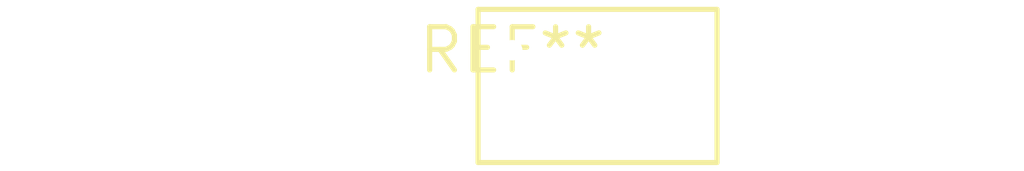
<source format=kicad_pcb>
(kicad_pcb (version 20240108) (generator pcbnew)
  (layers (0 "F.Cu" signal) (31 "B.Cu" signal) (34 "B.Paste" user) (35 "F.Paste" user) (36 "B.SilkS" user "B.Silkscreen") (37 "F.SilkS" user "F.Silkscreen") (38 "B.Mask" user) (39 "F.Mask" user) (44 "Edge.Cuts" user))
  (net 0 "")
  (footprint "RV_Disc_D7mm_W4.5mm_P5mm" (layer "F.Cu") (at 0 0)
    (property "Reference" "REF**")
    (property "Value" "RV_Disc_D7mm_W4.5mm_P5mm")
    (fp_line (start -1 -1.2) (end -1 3.3) (layer "F.SilkS") (stroke (width 0.15)))
    (fp_line (start -1 -1.2) (end 6 -1.2) (layer "F.SilkS") (stroke (width 0.15)))
    (fp_line (start -1 3.3) (end 6 3.3) (layer "F.SilkS") (stroke (width 0.15)))
    (fp_line (start 6 -1.2) (end 6 3.3) (layer "F.SilkS") (stroke (width 0.15)))
    (pad "1" thru_hole circle (at 0 0) (size 1.6 1.6) (drill 0.6) (layers *.Cu *.Mask) (remove_unused_layers))
    (pad "2" thru_hole circle (at 5 2.1) (size 1.6 1.6) (drill 0.6) (layers *.Cu *.Mask) (remove_unused_layers))
  )
)
</source>
